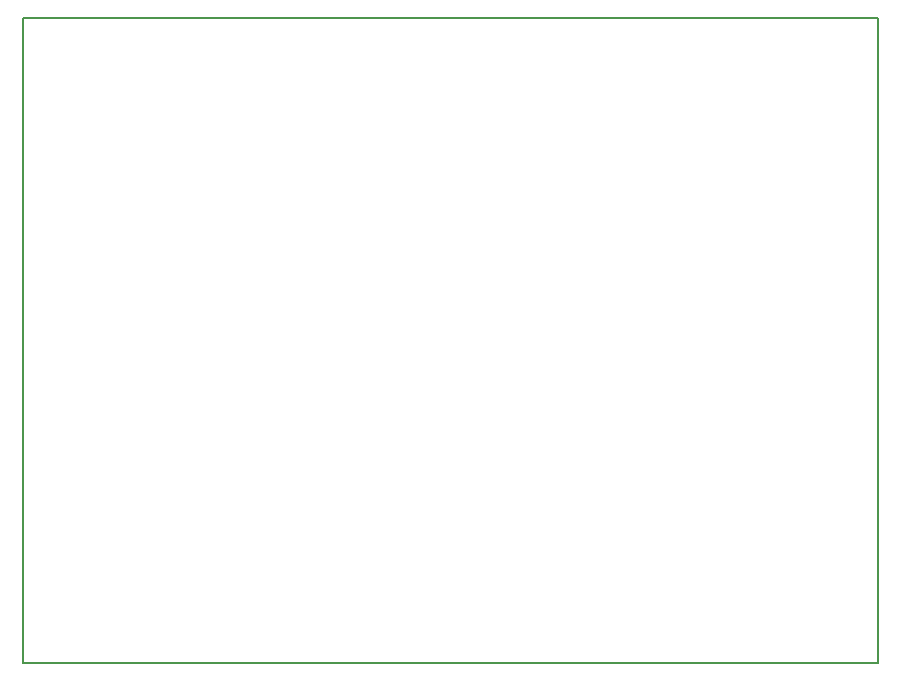
<source format=gbr>
G04 #@! TF.GenerationSoftware,KiCad,Pcbnew,(5.0.0)*
G04 #@! TF.CreationDate,2019-09-02T12:22:21-04:00*
G04 #@! TF.ProjectId,control_led,636F6E74726F6C5F6C65642E6B696361,rev?*
G04 #@! TF.SameCoordinates,Original*
G04 #@! TF.FileFunction,Profile,NP*
%FSLAX46Y46*%
G04 Gerber Fmt 4.6, Leading zero omitted, Abs format (unit mm)*
G04 Created by KiCad (PCBNEW (5.0.0)) date 09/02/19 12:22:21*
%MOMM*%
%LPD*%
G01*
G04 APERTURE LIST*
%ADD10C,0.200000*%
G04 APERTURE END LIST*
D10*
X139700000Y-64770000D02*
X67310000Y-64770000D01*
X139700000Y-119380000D02*
X139700000Y-64770000D01*
X67310000Y-119380000D02*
X139700000Y-119380000D01*
X67310000Y-64770000D02*
X67310000Y-119380000D01*
M02*

</source>
